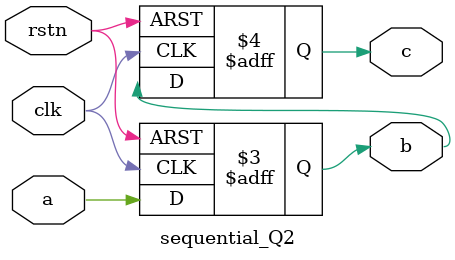
<source format=v>
module sequential_Q2(input clk,a,rstn, output reg b,c);
  always@(posedge clk or negedge rstn) begin
    if(!rstn) begin
      b<=0;
      c<=0;
    end else begin
      b<=a;
      c<=b;
    end
  end
endmodule
</source>
